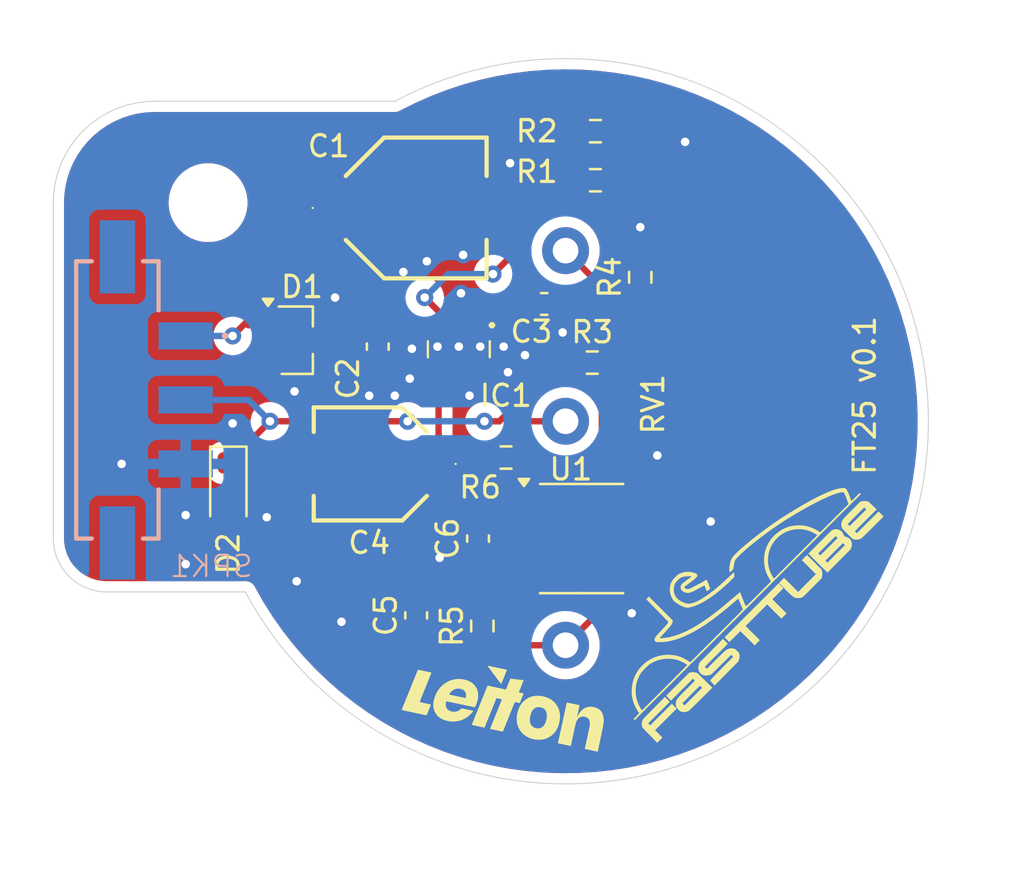
<source format=kicad_pcb>
(kicad_pcb
	(version 20240108)
	(generator "pcbnew")
	(generator_version "8.0")
	(general
		(thickness 1.6)
		(legacy_teardrops no)
	)
	(paper "A4")
	(layers
		(0 "F.Cu" signal)
		(31 "B.Cu" power)
		(32 "B.Adhes" user "B.Adhesive")
		(33 "F.Adhes" user "F.Adhesive")
		(34 "B.Paste" user)
		(35 "F.Paste" user)
		(37 "F.SilkS" user "F.Silkscreen")
		(38 "B.Mask" user)
		(39 "F.Mask" user)
		(40 "Dwgs.User" user "User.Drawings")
		(41 "Cmts.User" user "User.Comments")
		(42 "Eco1.User" user "User.Eco1")
		(43 "Eco2.User" user "User.Eco2")
		(44 "Edge.Cuts" user)
		(45 "Margin" user)
		(46 "B.CrtYd" user "B.Courtyard")
		(47 "F.CrtYd" user "F.Courtyard")
		(48 "B.Fab" user)
		(49 "F.Fab" user)
		(50 "User.1" user)
		(51 "User.2" user)
		(52 "User.3" user)
		(53 "User.4" user)
		(54 "User.5" user)
		(55 "User.6" user)
		(56 "User.7" user)
		(57 "User.8" user)
		(58 "User.9" user)
	)
	(setup
		(stackup
			(layer "F.SilkS"
				(type "Top Silk Screen")
			)
			(layer "F.Paste"
				(type "Top Solder Paste")
			)
			(layer "F.Mask"
				(type "Top Solder Mask")
				(thickness 0.01)
			)
			(layer "F.Cu"
				(type "copper")
				(thickness 0.035)
			)
			(layer "dielectric 1"
				(type "core")
				(thickness 1.51)
				(material "FR4")
				(epsilon_r 4.5)
				(loss_tangent 0.02)
			)
			(layer "B.Cu"
				(type "copper")
				(thickness 0.035)
			)
			(layer "B.Mask"
				(type "Bottom Solder Mask")
				(thickness 0.01)
			)
			(layer "B.Paste"
				(type "Bottom Solder Paste")
			)
			(layer "dielectric 2"
				(type "Bottom Silk Screen")
				(thickness 0)
				(material "FR4")
				(epsilon_r 4.5)
				(loss_tangent 0.02)
			)
			(copper_finish "None")
			(dielectric_constraints no)
		)
		(pad_to_mask_clearance 0)
		(allow_soldermask_bridges_in_footprints no)
		(pcbplotparams
			(layerselection 0x00010fc_ffffffff)
			(plot_on_all_layers_selection 0x0000000_00000000)
			(disableapertmacros no)
			(usegerberextensions no)
			(usegerberattributes yes)
			(usegerberadvancedattributes yes)
			(creategerberjobfile yes)
			(dashed_line_dash_ratio 12.000000)
			(dashed_line_gap_ratio 3.000000)
			(svgprecision 4)
			(plotframeref no)
			(viasonmask no)
			(mode 1)
			(useauxorigin no)
			(hpglpennumber 1)
			(hpglpenspeed 20)
			(hpglpendiameter 15.000000)
			(pdf_front_fp_property_popups yes)
			(pdf_back_fp_property_popups yes)
			(dxfpolygonmode yes)
			(dxfimperialunits yes)
			(dxfusepcbnewfont yes)
			(psnegative no)
			(psa4output no)
			(plotreference yes)
			(plotvalue yes)
			(plotfptext yes)
			(plotinvisibletext no)
			(sketchpadsonfab no)
			(subtractmaskfromsilk no)
			(outputformat 1)
			(mirror no)
			(drillshape 1)
			(scaleselection 1)
			(outputdirectory "")
		)
	)
	(net 0 "")
	(net 1 "VDD")
	(net 2 "GND")
	(net 3 "Net-(U1-FEED)")
	(net 4 "Net-(SPK1-M)")
	(net 5 "+24V")
	(net 6 "Net-(U1-HRNEN)")
	(net 7 "Net-(IC1-EN{slash}ADJ)")
	(net 8 "/SIG")
	(net 9 "Net-(SPK1-G)")
	(net 10 "Net-(SPK1-F)")
	(net 11 "Net-(D1-A)")
	(net 12 "unconnected-(U1-NC-Pad1)")
	(net 13 "unconnected-(U1-NC-Pad3)")
	(net 14 "Net-(R1-Pad2)")
	(footprint "Capacitor_SMD:C_0603_1608Metric_Pad1.08x0.95mm_HandSolder" (layer "F.Cu") (at 141.2 96.5 -90))
	(footprint "Capacitor_SMD:C_0603_1608Metric_Pad1.08x0.95mm_HandSolder" (layer "F.Cu") (at 145.9 105.5 90))
	(footprint "LOGO" (layer "F.Cu") (at 157.785054 107.960449 45))
	(footprint "Resistor_SMD:R_0603_1608Metric_Pad0.98x0.95mm_HandSolder" (layer "F.Cu") (at 146.1 109.6 90))
	(footprint "soundbox:06TR4FA104DPR" (layer "F.Cu") (at 159 95.5))
	(footprint "Capacitor_SMD:C_0603_1608Metric_Pad1.08x0.95mm_HandSolder" (layer "F.Cu") (at 149 94.5 180))
	(footprint "Resistor_SMD:R_0603_1608Metric_Pad0.98x0.95mm_HandSolder" (layer "F.Cu") (at 153.5 93.25 90))
	(footprint "soundbox:PG-SCT595-5" (layer "F.Cu") (at 145 96.5 180))
	(footprint "soundbox:EEE0GA101SR" (layer "F.Cu") (at 140.85 102 180))
	(footprint "Resistor_SMD:R_0603_1608Metric_Pad0.98x0.95mm_HandSolder" (layer "F.Cu") (at 147.2125 101.7))
	(footprint "Resistor_SMD:R_0603_1608Metric_Pad0.98x0.95mm_HandSolder" (layer "F.Cu") (at 151.4 88.7))
	(footprint "Package_TO_SOT_SMD:SOT-23_Handsoldering" (layer "F.Cu") (at 137.4 96.2))
	(footprint "soundbox:LeitOn_small_wo_sq" (layer "F.Cu") (at 147.2 113.1 -12))
	(footprint "Package_SO:SOIC-8_3.9x4.9mm_P1.27mm" (layer "F.Cu") (at 150.75 105.5))
	(footprint "soundbox:EEE1AA101SP" (layer "F.Cu") (at 143 90))
	(footprint "Resistor_SMD:R_0603_1608Metric_Pad0.98x0.95mm_HandSolder" (layer "F.Cu") (at 151.25 97.25))
	(footprint "Capacitor_SMD:C_0603_1608Metric_Pad1.08x0.95mm_HandSolder" (layer "F.Cu") (at 143 109.1 90))
	(footprint "Diode_SMD:D_SOD-323_HandSoldering" (layer "F.Cu") (at 134.2 103.2 -90))
	(footprint "MountingHole:MountingHole_3.2mm_M3_DIN965" (layer "F.Cu") (at 133.25 89.75))
	(footprint "Resistor_SMD:R_0603_1608Metric_Pad0.98x0.95mm_HandSolder" (layer "F.Cu") (at 151.4 86.4))
	(footprint "soundbox:TE Micro-Mate-N-Lok 1x03" (layer "B.Cu") (at 129 99 90))
	(footprint "soundbox:CPT-3016-105T" (layer "B.Cu") (at 150 100 180))
	(gr_arc
		(start 126 89.75)
		(mid 127.391243 86.391243)
		(end 130.75 85)
		(stroke
			(width 0.05)
			(type default)
		)
		(layer "Edge.Cuts")
		(uuid "0c9499f7-3257-4d1a-ab45-d3dea9659961")
	)
	(gr_line
		(start 130.75 85)
		(end 142 85)
		(stroke
			(width 0.05)
			(type default)
		)
		(layer "Edge.Cuts")
		(uuid "145b8ce2-1cdf-402f-8341-2813b341aab6")
	)
	(gr_line
		(start 126 89.75)
		(end 126 105.5)
		(stroke
			(width 0.05)
			(type default)
		)
		(layer "Edge.Cuts")
		(uuid "5702bfe5-fa35-42f9-b66d-dc1faf38af9f")
	)
	(gr_line
		(start 128.5 108)
		(end 135 108)
		(stroke
			(width 0.05)
			(type default)
		)
		(layer "Edge.Cuts")
		(uuid "7ce022d5-3481-46fd-850f-fa99ac5c91eb")
	)
	(gr_arc
		(start 142 85)
		(mid 166.263456 104.949746)
		(end 135.000001 108.000003)
		(stroke
			(width 0.05)
			(type default)
		)
		(layer "Edge.Cuts")
		(uuid "8a2c619c-8626-4af2-8c59-1422d0ba61b9")
	)
	(gr_arc
		(start 128.5 108)
		(mid 126.732233 107.267767)
		(end 126 105.5)
		(stroke
			(width 0.05)
			(type default)
		)
		(layer "Edge.Cuts")
		(uuid "e1634623-b024-4caa-9d4d-69a765686d49")
	)
	(gr_rect
		(start 126 83)
		(end 167 117)
		(stroke
			(width 0.01)
			(type default)
		)
		(fill none)
		(layer "User.1")
		(uuid "39b0a146-c4d4-4256-ae48-acf0ec4d99bd")
	)
	(gr_text "FT25 v0.1"
		(at 164.6 102.6 90)
		(layer "F.SilkS")
		(uuid "0568cae2-bee3-4247-bec4-4aec8861298f")
		(effects
			(font
				(size 1 1)
				(thickness 0.15)
			)
			(justify left bottom)
		)
	)
	(segment
		(start 144.05 100.6)
		(end 144.05 101.8)
		(width 0.3)
		(layer "F.Cu")
		(net 1)
		(uuid "0200de1e-f1d3-475e-904f-1ae67260540b")
	)
	(segment
		(start 144.05 103.45)
		(end 144.05 102.35)
		(width 0.3)
		(layer "F.Cu")
		(net 1)
		(uuid "0bc4b59f-3030-465f-99e6-8a96f1d37eff")
	)
	(segment
		(start 148.275 104.865)
		(end 146.1275 104.865)
		(width 0.3)
		(layer "F.Cu")
		(net 1)
		(uuid "4fcf3739-2429-46db-a6eb-520af12c0900")
	)
	(segment
		(start 144 97.75)
		(end 144.05 97.7)
		(width 0.3)
		(layer "F.Cu")
		(net 1)
		(uuid "b57598a9-8b18-4e03-89c1-05fa95734452")
	)
	(segment
		(start 144.05 97.7)
		(end 144.05 100.6)
		(width 0.3)
		(layer "F.Cu")
		(net 1)
		(uuid "b5e77050-d7d3-4d83-9482-2923ce921046")
	)
	(segment
		(start 142.85 101.8)
		(end 144.05 101.8)
		(width 0.3)
		(layer "F.Cu")
		(net 1)
		(uuid "b743f3e9-4660-4641-8a39-1aa2c34a7ec6")
	)
	(segment
		(start 144.05 102.35)
		(end 143.7 102)
		(width 0.3)
		(layer "F.Cu")
		(net 1)
		(uuid "c5bb5a80-74ea-46d0-bfec-228c952e0dc7")
	)
	(segment
		(start 145.9 104.6375)
		(end 145.2375 104.6375)
		(width 0.3)
		(layer "F.Cu")
		(net 1)
		(uuid "cd55c0ae-b94b-4f6e-88d8-0819b3376a66")
	)
	(segment
		(start 145.2375 104.6375)
		(end 144.05 103.45)
		(width 0.3)
		(layer "F.Cu")
		(net 1)
		(uuid "ea5494ea-c94c-4637-880a-57b8847c4db0")
	)
	(segment
		(start 146.1275 104.865)
		(end 145.9 104.6375)
		(width 0.3)
		(layer "F.Cu")
		(net 1)
		(uuid "f2ef52aa-2e6f-4866-8b2f-5ded5050ff85")
	)
	(segment
		(start 145.9 106.3625)
		(end 144.1375 106.3625)
		(width 0.3)
		(layer "F.Cu")
		(net 2)
		(uuid "55aab1f9-bc28-4d68-920d-7a0186ad9de5")
	)
	(segment
		(start 149.8625 95.8375)
		(end 149.8625 94.5)
		(width 0.3)
		(layer "F.Cu")
		(net 2)
		(uuid "71920597-7374-42a3-8e56-7b58da0dcf27")
	)
	(segment
		(start 144.1375 106.3625)
		(end 144.1 106.4)
		(width 0.3)
		(layer "F.Cu")
		(net 2)
		(uuid "e1cb0569-3fed-4d04-9a27-ad2ee24e1020")
	)
	(via
		(at 134.4 100.1)
		(size 0.8)
		(drill 0.4)
		(layers "F.Cu" "B.Cu")
		(free yes)
		(net 2)
		(uuid "0037d41c-f9c7-4a03-8a45-8ca54fb86c4e")
	)
	(via
		(at 155.6 86.9)
		(size 0.8)
		(drill 0.4)
		(layers "F.Cu" "B.Cu")
		(free yes)
		(net 2)
		(uuid "06a1a750-8536-4cf8-9192-35bc867304a9")
	)
	(via
		(at 140.8 98.8)
		(size 0.8)
		(drill 0.4)
		(layers "F.Cu" "B.Cu")
		(free yes)
		(net 2)
		(uuid "11677aed-5d35-4c15-8c41-230ac25975ee")
	)
	(via
		(at 142 98.8)
		(size 0.8)
		(drill 0.4)
		(layers "F.Cu" "B.Cu")
		(free yes)
		(net 2)
		(uuid "1634c358-6587-4d9e-a4c2-90a5ab1faafd")
	)
	(via
		(at 147.3 97.7)
		(size 0.8)
		(drill 0.4)
		(layers "F.Cu" "B.Cu")
		(free yes)
		(net 2)
		(uuid "1a418d52-d221-44b1-ad1d-91e97992ecb3")
	)
	(via
		(at 132.2 104.4)
		(size 0.8)
		(drill 0.4)
		(layers "F.Cu" "B.Cu")
		(free yes)
		(net 2)
		(uuid "1da33b74-2747-46a9-8a77-705af998d3c9")
	)
	(via
		(at 142.7 98)
		(size 0.8)
		(drill 0.4)
		(layers "F.Cu" "B.Cu")
		(free yes)
		(net 2)
		(uuid "25345f8f-538d-46a3-b8d8-5a868b8a4bca")
	)
	(via
		(at 144.1 106.4)
		(size 0.8)
		(drill 0.4)
		(layers "F.Cu" "B.Cu")
		(net 2)
		(uuid "2a82b6e4-3e60-41fd-bd5d-f6a27f31de3c")
	)
	(via
		(at 143.5 92.5)
		(size 0.8)
		(drill 0.4)
		(layers "F.Cu" "B.Cu")
		(free yes)
		(net 2)
		(uuid "384c8bfa-3338-4421-b506-b5dcc7f603cf")
	)
	(via
		(at 153.5 90.9)
		(size 0.8)
		(drill 0.4)
		(layers "F.Cu" "B.Cu")
		(free yes)
		(net 2)
		(uuid "59e64dbd-0451-436f-844e-4c0d273598ba")
	)
	(via
		(at 132.2 106.7)
		(size 0.8)
		(drill 0.4)
		(layers "F.Cu" "B.Cu")
		(free yes)
		(net 2)
		(uuid "666d3a72-2cd8-4fa2-aca8-17e2e869684e")
	)
	(via
		(at 148.1 96.9)
		(size 0.8)
		(drill 0.4)
		(layers "F.Cu" "B.Cu")
		(free yes)
		(net 2)
		(uuid "69cbc453-a834-432c-a06f-6af5e0115401")
	)
	(via
		(at 145 96.5)
		(size 0.8)
		(drill 0.4)
		(layers "F.Cu" "B.Cu")
		(free yes)
		(net 2)
		(uuid "6a66460c-c4ed-4cbb-ad75-8721cfb01e79")
	)
	(via
		(at 153.1 109)
		(size 0.8)
		(drill 0.4)
		(layers "F.Cu" "B.Cu")
		(free yes)
		(net 2)
		(uuid "7fa75b93-3a54-4ab9-823b-8664220d8fc0")
	)
	(via
		(at 136 104.5)
		(size 0.8)
		(drill 0.4)
		(layers "F.Cu" "B.Cu")
		(free yes)
		(net 2)
		(uuid "83ee66e4-35b7-421f-bd51-e9232ebc2f9c")
	)
	(via
		(at 147.4 87.9)
		(size 0.8)
		(drill 0.4)
		(layers "F.Cu" "B.Cu")
		(free yes)
		(net 2)
		(uuid "87ee8f62-5586-4ec4-bf64-4d8e7f4f3c00")
	)
	(via
		(at 142.8 96.6)
		(size 0.8)
		(drill 0.4)
		(layers "F.Cu" "B.Cu")
		(free yes)
		(net 2)
		(uuid "88f446c1-03c1-4aaf-8c6d-a532e3fea711")
	)
	(via
		(at 145.2 92.2)
		(size 0.8)
		(drill 0.4)
		(layers "F.Cu" "B.Cu")
		(free yes)
		(net 2)
		(uuid "96ccf5b1-b85a-42c6-89d1-03c3653c0e78")
	)
	(via
		(at 139.2 94.2)
		(size 0.8)
		(drill 0.4)
		(layers "F.Cu" "B.Cu")
		(free yes)
		(net 2)
		(uuid "992c7461-a546-414a-83a3-be9358a4ffe2")
	)
	(via
		(at 145.1 94)
		(size 0.8)
		(drill 0.4)
		(layers "F.Cu" "B.Cu")
		(free yes)
		(net 2)
		(uuid "b57f5c0c-c97f-4e02-83ff-2ef698d42b64")
	)
	(via
		(at 145.5 98.8)
		(size 0.8)
		(drill 0.4)
		(layers "F.Cu" "B.Cu")
		(free yes)
		(net 2)
		(uuid "b5ab2b73-4634-4e0e-855d-42a626e2a677")
	)
	(via
		(at 154.3 101.6)
		(size 0.8)
		(drill 0.4)
		(layers "F.Cu" "B.Cu")
		(free yes)
		(net 2)
		(uuid "b76a2fc2-0f04-4ac7-8040-3c68efea3aaa")
	)
	(via
		(at 137.4 107.5)
		(size 0.8)
		(drill 0.4)
		(layers "F.Cu" "B.Cu")
		(free yes)
		(net 2)
		(uuid "b84a5bb6-38b6-489a-88d5-f98f5bcf4f0a")
	)
	(via
		(at 129.2 102)
		(size 0.8)
		(drill 0.4)
		(layers "F.Cu" "B.Cu")
		(free yes)
		(net 2)
		(uuid "bd7459d8-a268-4191-be11-087d8e3b927b")
	)
	(via
		(at 146 96.5)
		(size 0.8)
		(drill 0.4)
		(layers "F.Cu" "B.Cu")
		(free yes)
		(net 2)
		(uuid "ce89bd32-5eb5-4729-8660-e03d2d9f2e18")
	)
	(via
		(at 147.1 96.5)
		(size 0.8)
		(drill 0.4)
		(layers "F.Cu" "B.Cu")
		(free yes)
		(net 2)
		(uuid "d6efebd2-3405-41b1-bc0d-84897ffc75fb")
	)
	(via
		(at 149.8625 95.8375)
		(size 0.8)
		(drill 0.4)
		(layers "F.Cu" "B.Cu")
		(free yes)
		(net 2)
		(uuid "d8f12fb1-bcf4-4713-a92c-8cd19cfe334a")
	)
	(via
		(at 156.8 104.7)
		(size 0.8)
		(drill 0.4)
		(layers "F.Cu" "B.Cu")
		(free yes)
		(net 2)
		(uuid "db890ffb-38c3-4b56-bb01-106cd42901c5")
	)
	(via
		(at 144 96.5)
		(size 0.8)
		(drill 0.4)
		(layers "F.Cu" "B.Cu")
		(free yes)
		(net 2)
		(uuid "dcf1182a-9346-40f1-9a54-d1175b80aebf")
	)
	(via
		(at 139.5 109.4)
		(size 0.8)
		(drill 0.4)
		(layers "F.Cu" "B.Cu")
		(free yes)
		(net 2)
		(uuid "dee0939a-5e0d-4315-a470-5bde3c7fcd15")
	)
	(via
		(at 137.3 98.6)
		(size 0.8)
		(drill 0.4)
		(layers "F.Cu" "B.Cu")
		(free yes)
		(net 2)
		(uuid "ecf13844-64d3-4d09-826f-01f2a3714814")
	)
	(via
		(at 142.4 93)
		(size 0.8)
		(drill 0.4)
		(layers "F.Cu" "B.Cu")
		(free yes)
		(net 2)
		(uuid "f5a8ee92-c6be-49c6-a40d-bd44551aab57")
	)
	(segment
		(start 149.9 106.9)
		(end 149.395 107.405)
		(width 0.3)
		(layer "F.Cu")
		(net 3)
		(uuid "072347fb-8a85-4b8b-9cdd-570becb73639")
	)
	(segment
		(start 143 108.2375)
		(end 143.1625 108.4)
		(width 0.3)
		(layer "F.Cu")
		(net 3)
		(uuid "33cc69b3-2ac0-4549-9b3b-91cd59442f92")
	)
	(segment
		(start 148.275 107.405)
		(end 146.105 107.405)
		(width 0.3)
		(layer "F.Cu")
		(net 3)
		(uuid "4d85323a-08d1-468c-bfd3-e496a2731d71")
	)
	(segment
		(start 146.105 107.405)
		(end 146.1 107.4)
		(width 0.3)
		(layer "F.Cu")
		(net 3)
		(uuid "5dd55fdd-6d11-4b51-a953-3fa965ab3532")
	)
	(segment
		(start 148.125 101.7)
		(end 148.4 101.7)
		(width 0.3)
		(layer "F.Cu")
		(net 3)
		(uuid "68a5e2c6-7d6d-4572-b044-716560f93b78")
	)
	(segment
		(start 149.395 107.405)
		(end 148.275 107.405)
		(width 0.3)
		(layer "F.Cu")
		(net 3)
		(uuid "743d24b5-976d-4645-9863-8a0ee42aafcc")
	)
	(segment
		(start 143.1625 108.4)
		(end 145.8125 108.4)
		(width 0.3)
		(layer "F.Cu")
		(net 3)
		(uuid "b7c0af82-7118-446f-84b0-b130de258793")
	)
	(segment
		(start 149.9 103.2)
		(end 149.9 106.9)
		(width 0.3)
		(layer "F.Cu")
		(net 3)
		(uuid "cb404238-cfe4-4c89-80e5-10dbaa60b65d")
	)
	(segment
		(start 148.4 101.7)
		(end 149.9 103.2)
		(width 0.3)
		(layer "F.Cu")
		(net 3)
		(uuid "d01badf2-6c95-4c67-a7e8-06a90062df4a")
	)
	(segment
		(start 145.8125 108.4)
		(end 146.1 108.6875)
		(width 0.3)
		(layer "F.Cu")
		(net 3)
		(uuid "d28d9681-e4e7-4093-b176-03db88347aa5")
	)
	(segment
		(start 146.1 108.6875)
		(end 146.1 107.4)
		(width 0.3)
		(layer "F.Cu")
		(net 3)
		(uuid "f412a4c1-f106-41a2-a9c6-a0084babeb82")
	)
	(segment
		(start 143 109.9625)
		(end 143.3625 109.6)
		(width 0.3)
		(layer "F.Cu")
		(net 4)
		(uuid "1275eff5-a8cd-4980-99f8-bd6048c5865e")
	)
	(segment
		(start 143.3625 109.6)
		(end 148.2 109.6)
		(width 0.3)
		(layer "F.Cu")
		(net 4)
		(uuid "21c00ab5-9d09-4381-9fee-a936ade63893")
	)
	(segment
		(start 151.25 98.55)
		(end 151.7 99)
		(width 0.3)
		(layer "F.Cu")
		(net 4)
		(uuid "30c7c0a9-de98-46ee-ad56-98519c7cfb85")
	)
	(segment
		(start 152 104.865)
		(end 151.735 104.865)
		(width 0.3)
		(layer "F.Cu")
		(net 4)
		(uuid "36da2dfc-84c8-4d31-a70b-2f8f40fe67e3")
	)
	(segment
		(start 151.7 104.6)
		(end 151.7 104.83)
		(width 0.3)
		(layer "F.Cu")
		(net 4)
		(uuid "3ae480d1-8672-4f2c-a851-94f59965e078")
	)
	(segment
		(start 150.6 106)
		(end 151.735 104.865)
		(width 0.3)
		(layer "F.Cu")
		(net 4)
		(uuid "43024d58-9f54-4f6e-8b0a-0234d31eabeb")
	)
	(segment
		(start 151.7 99)
		(end 151.7 104.6)
		(width 0.3)
		(layer "F.Cu")
		(net 4)
		(uuid "45402f4d-99c3-4ba9-bd66-4a1ea8da26b0")
	)
	(segment
		(start 150.6 107.2)
		(end 150.6 106)
		(width 0.3)
		(layer "F.Cu")
		(net 4)
		(uuid "534a1b64-c56d-4dac-be08-2c6f4970d5f7")
	)
	(segment
		(start 151.735 104.6)
		(end 152 104.865)
		(width 0.3)
		(layer "F.Cu")
		(net 4)
		(uuid "5da0f8fb-e2f9-41b0-9801-f13702b13393")
	)
	(segment
		(start 151.7 104.83)
		(end 151.735 104.865)
		(width 0.3)
		(layer "F.Cu")
		(net 4)
		(uuid "78b78ccc-63d2-4be6-8684-dc2b419e2d99")
	)
	(segment
		(start 151.25 93.25)
		(end 151.25 98.55)
		(width 0.3)
		(layer "F.Cu")
		(net 4)
		(uuid "7bc63da9-9e54-4147-a93d-721567276b1d")
	)
	(segment
		(start 150 92)
		(end 151.25 93.25)
		(width 0.3)
		(layer "F.Cu")
		(net 4)
		(uuid "d0f86c55-1497-473f-92ab-0926b530691e")
	)
	(segment
		(start 153.06 104.7)
		(end 153.225 104.865)
		(width 0.3)
		(layer "F.Cu")
		(net 4)
		(uuid "de487b46-dff6-4637-b730-51caf9eeca2e")
	)
	(segment
		(start 151.7 104.6)
		(end 151.735 104.6)
		(width 0.3)
		(layer "F.Cu")
		(net 4)
		(uuid "e604e90e-3383-4c49-a31e-adad540853ba")
	)
	(segment
		(start 153.225 104.865)
		(end 152 104.865)
		(width 0.3)
		(layer "F.Cu")
		(net 4)
		(uuid "fb5f5bb4-df8e-49f9-aeab-c72ab1a7e5d2")
	)
	(segment
		(start 148.2 109.6)
		(end 150.6 107.2)
		(width 0.3)
		(layer "F.Cu")
		(net 4)
		(uuid "fc45fc17-2009-442e-bbac-989774d63208")
	)
	(segment
		(start 141.2 90.7)
		(end 140.5 90)
		(width 0.3)
		(layer "F.Cu")
		(net 5)
		(uuid "0ec3d108-2dd2-4613-9e05-a42643014597")
	)
	(segment
		(start 147.7 92)
		(end 147.7 91)
		(width 0.3)
		(layer "F.Cu")
		(net 5)
		(uuid "1714de18-f19e-4a1d-9fcb-abbc4390ca85")
	)
	(segment
		(start 143.4 94.2)
		(end 144.05 94.85)
		(width 0.3)
		(layer "F.Cu")
		(net 5)
		(uuid "1dab445f-7c67-472b-bea0-a057a8fe6814")
	)
	(segment
		(start 141.5875 95.25)
		(end 144 95.25)
		(width 0.3)
		(layer "F.Cu")
		(net 5)
		(uuid "3cdd5ae0-fe74-40b7-91eb-253b46d6524f")
	)
	(segment
		(start 141.2 95.6375)
		(end 141.2 90.7)
		(width 0.3)
		(layer "F.Cu")
		(net 5)
		(uuid "579889bc-a6ba-4b0c-a1db-876d7cebf3d2")
	)
	(segment
		(start 140.1125 95.6375)
		(end 141.2 95.6375)
		(width 0.3)
		(layer "F.Cu")
		(net 5)
		(uuid "741a27be-6162-47b2-ad04-96fb7ac0b279")
	)
	(segment
		(start 150 88.7)
		(end 150.4875 88.7)
		(width 0.3)
		(layer "F.Cu")
		(net 5)
		(uuid "91449544-3d85-43bf-892d-142f30243a74")
	)
	(segment
		(start 146.6 93.1)
		(end 147.7 92)
		(width 0.3)
		(layer "F.Cu")
		(net 5)
		(uuid "a21a02bd-2759-401c-b257-6fddf78b91b4")
	)
	(segment
		(start 144.05 94.85)
		(end 144.05 95.3)
		(width 0.3)
		(layer "F.Cu")
		(net 5)
		(uuid "adf1574a-72d4-442f-b8a1-48199444bd90")
	)
	(segment
		(start 147.7 91)
		(end 150 88.7)
		(width 0.3)
		(layer "F.Cu")
		(net 5)
		(uuid "b0d0a533-03d1-4d10-9c9d-275a057f1864")
	)
	(segment
		(start 138.9 96.2)
		(end 139.55 96.2)
		(width 0.3)
		(layer "F.Cu")
		(net 5)
		(uuid "bd107eda-4f5e-4951-931b-0b65bc3ea725")
	)
	(segment
		(start 141.2 95.6375)
		(end 141.5875 95.25)
		(width 0.3)
		(layer "F.Cu")
		(net 5)
		(uuid "c70a6765-40cc-46c1-a2d9-b3050acd3216")
	)
	(segment
		(start 139.55 96.2)
		(end 140.1125 95.6375)
		(width 0.3)
		(layer "F.Cu")
		(net 5)
		(uuid "e1a2c8d8-ddc3-4812-a16f-2c720999d104")
	)
	(segment
		(start 150.4875 86.4)
		(end 150.4875 88.7)
		(width 0.3)
		(layer "F.Cu")
		(net 5)
		(uuid "e74d25ae-28d4-40ff-aaa6-db74846f4d2c")
	)
	(via
		(at 146.6 93.1)
		(size 0.8)
		(drill 0.4)
		(layers "F.Cu" "B.Cu")
		(net 5)
		(uuid "1f66e272-7d73-47e7-85fd-2cea844f1376")
	)
	(via
		(at 143.4 94.2)
		(size 0.8)
		(drill 0.4)
		(layers "F.Cu" "B.Cu")
		(net 5)
		(uuid "8331b1ec-10d8-49af-bc63-06d3c2054628")
	)
	(segment
		(start 143.4 94.2)
		(end 144.5 93.1)
		(width 0.3)
		(layer "B.Cu")
		(net 5)
		(uuid "3d463da7-f24e-4295-b6cf-c9e0d28f4c0f")
	)
	(segment
		(start 144.5 93.1)
		(end 146.6 93.1)
		(width 0.3)
		(layer "B.Cu")
		(net 5)
		(uuid "83c9ff67-d173-4d20-ab93-11f408c2536e")
	)
	(segment
		(start 152.5 97.5875)
		(end 152.5 101.75)
		(width 0.3)
		(layer "F.Cu")
		(net 6)
		(uuid "074a2975-fd68-4c40-8155-f0e5b9abf23d")
	)
	(segment
		(start 152.1625 97.25)
		(end 152.5 97.5875)
		(width 0.3)
		(layer "F.Cu")
		(net 6)
		(uuid "21ff4d6b-8fcc-4b1c-820c-c5cadcb9bf55")
	)
	(segment
		(start 152.5 101.75)
		(end 153.25 102.5)
		(width 0.3)
		(layer "F.Cu")
		(net 6)
		(uuid "2fba2c5a-2a97-4175-bfeb-038d973dde82")
	)
	(segment
		(start 153.25 103.57)
		(end 153.225 103.595)
		(width 0.3)
		(layer "F.Cu")
		(net 6)
		(uuid "418fabef-99d7-47c9-abc2-f7723d16f244")
	)
	(segment
		(start 152.1625 97.25)
		(end 152.25 97.25)
		(width 0.3)
		(layer "F.Cu")
		(net 6)
		(uuid "52311879-8ed6-466b-bba9-44d036750aed")
	)
	(segment
		(start 153.25 102.5)
		(end 153.25 103.57)
		(width 0.3)
		(layer "F.Cu")
		(net 6)
		(uuid "cdcf619f-a978-4667-ae1c-20f141c6c1ed")
	)
	(segment
		(start 153.5 96)
		(end 153.5 94.1625)
		(width 0.3)
		(layer "F.Cu")
		(net 6)
		(uuid "ef8cfd81-6cb9-4d71-b3bf-0610e509a439")
	)
	(segment
		(start 152.25 97.25)
		(end 153.5 96)
		(width 0.3)
		(layer "F.Cu")
		(net 6)
		(uuid "fa2f396c-09cf-4795-881a-85a4b4ae0039")
	)
	(segment
		(start 159 91.225)
		(end 157.525 89.75)
		(width 0.3)
		(layer "F.Cu")
		(net 7)
		(uuid "10e80ff1-24c9-4e99-a6ae-40c6b4da76d7")
	)
	(segment
		(start 145.95 95.3)
		(end 147.425 93.825)
		(width 0.3)
		(layer "F.Cu")
		(net 7)
		(uuid "69f64f3f-7002-47e9-8d79-e5b3fa90185e")
	)
	(segment
		(start 148.25 93)
		(end 147.425 93.825)
		(width 0.3)
		(layer "F.Cu")
		(net 7)
		(uuid "71a75b59-ac82-42df-ab4d-24534136247c")
	)
	(segment
		(start 149.75 89.75)
		(end 148.25 91.25)
		(width 0.3)
		(layer "F.Cu")
		(net 7)
		(uuid "7c187c0d-5463-49e4-b302-7e6b907a001c")
	)
	(segment
		(start 157.525 89.75)
		(end 149.75 89.75)
		(width 0.3)
		(layer "F.Cu")
		(net 7)
		(uuid "8caf3322-20bd-4792-87d4-2ac4b6e61f44")
	)
	(segment
		(start 148.1375 94.5)
		(end 148.1 94.5)
		(width 0.3)
		(layer "F.Cu")
		(net 7)
		(uuid "c7a1fbfd-de61-4daa-8cec-99339a910f45")
	)
	(segment
		(start 148.1 94.5)
		(end 147.425 93.825)
		(width 0.3)
		(layer "F.Cu")
		(net 7)
		(uuid "fb5c3ebe-ae4a-47c1-bc91-695929b1d538")
	)
	(segment
		(start 148.25 91.25)
		(end 148.25 93)
		(width 0.3)
		(layer "F.Cu")
		(net 7)
		(uuid "fd5ccc6b-1f50-4929-b1e8-f7fa3b79e0ff")
	)
	(segment
		(start 149.65 97.25)
		(end 150.3375 97.25)
		(width 0.3)
		(layer "F.Cu")
		(net 8)
		(uuid "49712491-cc98-417d-9fd7-6bea8419dd0f")
	)
	(segment
		(start 146.2 100)
		(end 146.9 100)
		(width 0.3)
		(layer "F.Cu")
		(net 8)
		(uuid "527f361a-886e-4d3e-b2f8-d2e7b77728ba")
	)
	(segment
		(start 136.15 100)
		(end 142.6 100)
		(width 0.3)
		(layer "F.Cu")
		(net 8)
		(uuid "ad44f46e-590e-4cd3-88ff-d928169f3340")
	)
	(segment
		(start 134.2 101.95)
		(end 136.15 100)
		(width 0.3)
		(layer "F.Cu")
		(net 8)
		(uuid "e66817cb-ecbe-4379-b3d8-4592e62fb82a")
	)
	(segment
		(start 146.9 100)
		(end 149.65 97.25)
		(width 0.3)
		(layer "F.Cu")
		(net 8)
		(uuid "eab867c7-f470-4870-8085-66ac175dac89")
	)
	(via
		(at 136.15 100)
		(size 0.8)
		(drill 0.4)
		(layers "F.Cu" "B.Cu")
		(net 8)
		(uuid "196f3ada-6767-46e8-bc43-96e2adfd060d")
	)
	(via
		(at 146.2 100)
		(size 0.8)
		(drill 0.4)
		(layers "F.Cu" "B.Cu")
		(net 8)
		(uuid "3e77b714-44f3-4163-8c08-87f52830b850")
	)
	(via
		(at 142.6 100)
		(size 0.8)
		(drill 0.4)
		(layers "F.Cu" "B.Cu")
		(net 8)
		(uuid "5281ce56-3ddb-4cc6-af00-7d45d7765312")
	)
	(segment
		(start 132.2 99)
		(end 135.15 99)
		(width 0.3)
		(layer "B.Cu")
		(net 8)
		(uuid "4ab58dda-76e0-4d37-9d21-80fc1e051b46")
	)
	(segment
		(start 135.15 99)
		(end 136.15 100)
		(width 0.3)
		(layer "B.Cu")
		(net 8)
		(uuid "5611d3f8-6506-4229-a042-163bd6e2789d")
	)
	(segment
		(start 142.6 100)
		(end 146.2 100)
		(width 0.3)
		(layer "B.Cu")
		(net 8)
		(uuid "7f30ac41-d40b-4057-b41b-f5859121de8d")
	)
	(segment
		(start 146.1 110.5125)
		(end 146.1125 110.5)
		(width 0.3)
		(layer "F.Cu")
		(net 9)
		(uuid "0985b6fd-d180-4fc5-bce9-3d6204322516")
	)
	(segment
		(start 150 110.5)
		(end 151.3 109.2)
		(width 0.3)
		(layer "F.Cu")
		(net 9)
		(uuid "29833cd4-ae84-47c3-a086-4dfcd0ca3a64")
	)
	(segment
		(start 146.1125 110.5)
		(end 150 110.5)
		(width 0.3)
		(layer "F.Cu")
		(net 9)
		(uuid "924cc875-b40f-4c52-9192-86ac241c9175")
	)
	(segment
		(start 151.965 106.135)
		(end 153.225 106.135)
		(width 0.3)
		(layer "F.Cu")
		(net 9)
		(uuid "d32f4e74-f404-477c-91c6-11336f273e81")
	)
	(segment
		(start 151.3 109.2)
		(end 151.3 106.8)
		(width 0.3)
		(layer "F.Cu")
		(net 9)
		(uuid "e4c7c31e-d0bc-4d47-b7ae-acbdc347fd7a")
	)
	(segment
		(start 151.3 106.8)
		(end 151.965 106.135)
		(width 0.3)
		(layer "F.Cu")
		(net 9)
		(uuid "e78a7e10-98f9-4831-bed7-9f8aafb304a1")
	)
	(segment
		(start 148 100)
		(end 150 100)
		(width 0.3)
		(layer "F.Cu")
		(net 10)
		(uuid "3742acb2-820e-4999-be63-afbe5ee5925a")
	)
	(segment
		(start 146.3 101.7)
		(end 148 100)
		(width 0.3)
		(layer "F.Cu")
		(net 10)
		(uuid "85bef4ca-4201-41d1-8bbe-9a35f0aa61c3")
	)
	(segment
		(start 135.15 95.25)
		(end 135.9 95.25)
		(width 0.3)
		(layer "F.Cu")
		(net 11)
		(uuid "66b01929-47bb-4ee5-a0de-765b655dbfcc")
	)
	(segment
		(start 134.4 96)
		(end 135.15 95.25)
		(width 0.3)
		(layer "F.Cu")
		(net 11)
		(uuid "74f6f0ea-f55e-479f-b90e-92bc13b47778")
	)
	(via
		(at 134.4 96)
		(size 0.8)
		(drill 0.4)
		(layers "F.Cu" "B.Cu")
		(net 11)
		(uuid "5e6cff66-97bf-465d-aad3-918423ad3f94")
	)
	(segment
		(start 132.2 96)
		(end 134.4 96)
		(width 0.3)
		(layer "B.Cu")
		(net 11)
		(uuid "f8d947a3-b653-4e12-8e74-67e987c51c6d")
	)
	(segment
		(start 161.15 100.425)
		(end 161.15 89.95)
		(width 0.3)
		(layer "F.Cu")
		(net 14)
		(uuid "26979417-b786-4be8-984f-7d0738cdff24")
	)
	(segment
		(start 161.15 89.95)
		(end 159.9 88.7)
		(width 0.3)
		(layer "F.Cu")
		(net 14)
		(uuid "7718b055-c971-4cec-ab44-672e9f6976fc")
	)
	(segment
		(start 159.9 88.7)
		(end 152.3125 88.7)
		(width 0.3)
		(layer "F.Cu")
		(net 14)
		(uuid "8f63e3d9-dbb7-40be-853d-4d064e73fe36")
	)
	(segment
		(start 152.3125 86.4)
		(end 152.3125 88.7)
		(width 0.3)
		(layer "F.Cu")
		(net 14)
		(uuid "d1f80375-c994-4ac9-a326-cf0882761c94")
	)
	(zone
		(net 2)
		(net_name "GND")
		(layers "F&B.Cu")
		(uuid "f9e29ff1-ed6b-4444-a671-19fb7397cf29")
		(hatch edge 0.5)
		(connect_pads
			(clearance 0.5)
		)
		(min_thickness 0.25)
		(filled_areas_thickness no)
		(fill yes
			(thermal_gap 0.5)
			(thermal_bridge_width 0.5)
		)
		(polygon
			(pts
				(xy 123.5 80.25) (xy 171.5 80.25) (xy 171.5 122) (xy 123.5 122)
			)
		)
		(filled_polygon
			(layer "F.Cu")
			(pts
				(xy 150.729967 83.516727) (xy 150.735946 83.516994) (xy 151.529551 83.571622) (xy 151.535512 83.572178)
				(xy 152.325547 83.665284) (xy 152.331488 83.666131) (xy 153.116064 83.797492) (xy 153.121948 83.798625)
				(xy 153.899202 83.967928) (xy 153.905055 83.969353) (xy 154.67315 84.176196) (xy 154.678926 84.177903)
				(xy 154.926303 84.25759) (xy 155.436071 84.421803) (xy 155.441739 84.423781) (xy 155.642771 84.4995)
				(xy 156.18618 84.704175) (xy 156.191764 84.706435) (xy 156.420514 84.805529) (xy 156.92169 85.022639)
				(xy 156.927133 85.025156) (xy 157.640856 85.376443) (xy 157.646152 85.379211) (xy 158.007932 85.579661)
				(xy 158.341966 85.764738) (xy 158.347163 85.767784) (xy 158.47746 85.848486) (xy 158.948506 86.140239)
				(xy 159.023447 86.186655) (xy 159.028489 86.189951) (xy 159.683594 86.641142) (xy 159.68847 86.644678)
				(xy 160.320892 87.12715) (xy 160.325591 87.130918) (xy 160.933869 87.64356) (xy 160.938379 87.647553)
				(xy 161.397717 88.074499) (xy 161.52102 88.189106) (xy 161.525322 88.193304) (xy 162.080992 88.76253)
				(xy 162.085075 88.76692) (xy 162.42776 89.1539) (xy 162.612445 89.362457) (xy 162.616328 89.367062)
				(xy 163.114154 89.987504) (xy 163.117808 89.992292) (xy 163.584903 90.63616) (xy 163.588321 90.64112)
				(xy 164.02362 91.306946) (xy 164.026792 91.312067) (xy 164.429209 91.998189) (xy 164.43213 92.003457)
				(xy 164.800779 92.708359) (xy 164.80344 92.713763) (xy 165.137416 93.435723) (xy 165.139811 93.441249)
				(xy 165.438334 94.178578) (xy 165.440458 94.184215) (xy 165.702817 94.935159) (xy 165.704665 94.940892)
				(xy 165.930247 95.703687) (xy 165.931815 95.709503) (xy 166.120094 96.482377) (xy 166.121377 96.488262)
				(xy 166.271897 97.26935) (xy 166.272893 97.275291) (xy 166.385306 98.062778) (xy 166.386012 98.06876)
				(xy 166.460049 98.860763) (xy 166.460464 98.866772) (xy 166.495954 99.661458) (xy 166.496076 99.66748)
				(xy 166.492931 100.462926) (xy 166.492761 100.468947) (xy 166.450992 101.263308) (xy 166.45053 101.269314)
				(xy 166.370231 102.060734) (xy 166.369477 102.06671) (xy 166.250847 102.853248) (xy 166.249804 102.859181)
				(xy 166.093108 103.639082) (xy 166.091779 103.644957) (xy 165.897403 104.416295) (xy 165.89579 104.422098)
				(xy 165.664175 105.183117) (xy 165.662281 105.188835) (xy 165.394001 105.937657) (xy 165.391833 105.943277)
				(xy 165.087485 106.678239) (xy 165.085046 106.683746) (xy 164.745375 107.40304) (xy 164.742671 107.408423)
				(xy 164.368469 108.110374) (xy 164.365507 108.115619) (xy 163.957661 108.798566) (xy 163.954448 108.803661)
				(xy 163.513912 109.466005) (xy 163.510455 109.470938) (xy 163.03828 110.1111) (xy 163.034588 110.115859)
				(xy 162.531877 110.732341) (xy 162.527958 110.736916) (xy 161.995916 111.328243) (xy 161.99178 111.332621)
				(xy 161.431636 111.897426) (xy 161.427292 111.901599) (xy 160.840365 112.438551) (xy 160.835823 112.442507)
				(xy 160.223555 112.950289) (xy 160.218827 112.954021) (xy 159.582572 113.431508) (xy 159.577667 113.435005)
				(xy 158.919031 113.880992) (xy 158.913963 113.884248) (xy 158.2344 114.297752) (xy 158.22918 114.300757)
				(xy 157.530353 114.680764) (xy 157.524993 114.683512) (xy 156.808549 115.02913) (xy 156.803061 115.031615)
				(xy 156.07065 115.342042) (xy 156.065049 115.344257) (xy 155.318444 115.618746) (xy 155.312742 115.620686)
				(xy 154.553708 115.858588) (xy 154.547918 115.86025) (xy 153.778191 116.06102) (xy 153.772328 116.062398)
				(xy 152.993786 116.225546) (xy 152.987862 116.226638) (xy 152.202301 116.351787) (xy 152.196331 116.35259)
				(xy 151.405621 116.439444) (xy 151.399619 116.439956) (xy 150.605628 116.488307) (xy 150.599609 116.488527)
				(xy 149.804195 116.498265) (xy 149.798172 116.498192) (xy 149.003244 116.469291) (xy 148.997231 116.468926)
				(xy 148.204642 116.401456) (xy 148.198655 116.4008) (xy 147.410252 116.294916) (xy 147.404303 116.293969)
				(xy 146.622001 116.149929) (xy 146.616117 116.148697) (xy 146.189642 116.048542) (xy 145.84171 115.966832)
				(xy 145.835882 115.965313) (xy 145.071224 115.746055) (xy 145.065476 115.744254) (xy 144.312383 115.488127)
				(xy 144.306729 115.48605) (xy 143.56695 115.193649) (xy 143.561403 115.191299) (xy 142.836702 114.863319)
				(xy 142.831277 114.860703) (xy 142.123376 114.497927) (xy 142.118083 114.495051) (xy 141.775208 114.297752)
				(xy 141.428576 114.098291) (xy 141.423452 114.095174) (xy 140.754067 113.665424) (xy 140.749086 113.662053)
				(xy 140.101371 113.200311) (xy 140.096552 113.196697) (xy 139.47199 112.704019) (xy 139.467353 112.700174)
				(xy 138.867485 112.177775) (xy 138.86304 112.17371) (xy 138.289225 111.622774) (xy 138.285004 111.618519)
				(xy 137.738622 111.040367) (xy 137.734602 111.035901) (xy 137.7005 110.996111) (xy 137.216945 110.431903)
				(xy 137.213163 110.427268) (xy 136.725416 109.798803) (xy 136.721866 109.793992) (xy 136.265236 109.142613)
				(xy 136.261907 109.13761) (xy 136.22155 109.073642) (xy 135.837445 108.464819) (xy 135.834383 108.459694)
				(xy 135.472447 107.81904) (xy 135.467008 107.807879) (xy 135.438688 107.758829) (xy 135.436662 107.75518)
				(xy 135.410612 107.706335) (xy 135.405882 107.699721) (xy 135.406296 107.699424) (xy 135.40585 107.698822)
				(xy 135.405447 107.699132) (xy 135.4005 107.692685) (xy 135.361331 107.653517) (xy 135.358432 107.650519)
				(xy 135.335041 107.6255) (xy 135.320612 107.610066) (xy 135.320606 107.610062) (xy 135.314329 107.6049)
				(xy 135.314651 107.604507) (xy 135.314068 107.604044) (xy 135.31376 107.604447) (xy 135.307318 107.599504)
				(xy 135.307314 107.5995) (xy 135.287321 107.587957) (xy 135.259272 107.571762) (xy 135.255748 107.569648)
				(xy 135.208765 107.540373) (xy 135.208761 107.540372) (xy 135.201367 107.537013) (xy 135.201577 107.53655)
				(xy 135.200884 107.536249) (xy 135.200691 107.536717) (xy 135.193181 107.533606) (xy 135.139606 107.519251)
				(xy 135.135607 107.518107) (xy 135.112998 107.511226) (xy 135.082691 107.502002) (xy 135.074678 107.500672)
				(xy 135.07476 107.500175) (xy 135.074013 107.500063) (xy 135.073948 107.50056) (xy 135.065893 107.4995)
				(xy 135.065892 107.4995) (xy 135.010425 107.4995) (xy 135.006256 107.49943) (xy 134.95098 107.49757)
				(xy 134.950979 107.49757) (xy 134.950975 107.49757) (xy 134.942888 107.498359) (xy 134.942838 107.497852)
				(xy 134.92846 107.4995) (xy 128.504067 107.4995) (xy 128.495957 107.499235) (xy 128.247116 107.482925)
				(xy 128.231035 107.480807) (xy 127.990464 107.432954) (xy 127.974797 107.428756) (xy 127.74252 107.349909)
				(xy 127.727534 107.343702) (xy 127.507539 107.235212) (xy 127.493492 107.227102) (xy 127.328017 107.116535)
				(xy 127.289537 107.090824) (xy 127.276671 107.080951) (xy 127.09225 106.919218) (xy 127.080781 106.907749)
				(xy 126.919048 106.723328) (xy 126.909174 106.71046) (xy 126.893408 106.686865) (xy 126.772897 106.506507)
				(xy 126.764787 106.49246) (xy 126.71306 106.387569) (xy 126.656294 106.272458) (xy 126.65009 106.257479)
				(xy 126.571243 106.025202) (xy 126.567045 106.009535) (xy 126.553315 105.94051) (xy 126.51919 105.768953)
				(xy 126.517075 105.752895) (xy 126.500765 105.504043) (xy 126.5005 105.495933) (xy 126.5005 104.749986)
				(xy 133.200001 104.749986) (xy 133.210494 104.852697) (xy 133.265641 105.019119) (xy 133.265643 105.019124)
				(xy 133.357684 105.168345) (xy 133.481654 105.292315) (xy 133.630875 105.384356) (xy 133.63088 105.384358)
				(xy 133.797302 105.439505) (xy 133.797309 105.439506) (xy 133.900019 105.449999) (xy 134.45 105.449999)
				(xy 134.499972 105.449999) (xy 134.499986 105.449998) (xy 134.602697 105.439505) (xy 134.769119 105.384358)
				(xy 134.769124 105.384356) (xy 134.918345 105.292315) (xy 135.042315 105.168345) (xy 135.134356 105.019124)
				(xy 135.134358 105.019119) (xy 135.189505 104.852697) (xy 135.189506 104.85269) (xy 135.199999 104.749986)
				(xy 135.2 104.749973) (xy 135.2 104.7) (xy 134.45 104.7) (xy 134.45 105.449999) (xy 133.900019 105.449999)
				(xy 133.949999 105.449998) (xy 133.95 105.449998) (xy 133.95 104.7) (xy 133.200001 104.7) (xy 133.200001 104.749986)
				(xy 126.5005 104.749986) (xy 126.5005 104.150013) (xy 133.2 104.150013) (xy 133.2 104.2) (xy 133.95 104.2)
				(xy 134.45 104.2) (xy 135.199999 104.2) (xy 135.199999 104.150028) (xy 135.199998 104.150013) (xy 135.189505 104.047302)
				(xy 135.134358 103.88088) (xy 135.134356 103.880875) (xy 135.042315 103.731654) (xy 134.918345 103.607684)
				(xy 134.769124 103.515643) (xy 134.769119 103.515641) (xy 134.602697 103.460494) (xy 134.60269 103.460493)
				(xy 134.499986 103.45) (xy 134.45 103.45) (xy 134.45 104.2) (xy 133.95 104.2) (xy 133.95 103.45)
				(xy 133.949999 103.449999) (xy 133.900029 103.45) (xy 133.900011 103.450001) (xy 133.797302 103.460494)
				(xy 133.63088 103.515641) (xy 133.630875 103.515643) (xy 133.481654 103.607684) (xy 133.357684 103.731654)
				(xy 133.265643 103.880875) (xy 133.265641 103.88088) (xy 133.210494 104.047302) (xy 133.210493 104.047309)
				(xy 133.2 104.150013) (xy 126.5005 104.150013) (xy 126.5005 101.649983) (xy 133.1995 101.649983)
				(xy 133.1995 101.649996) (xy 133.199501 102.25) (xy 133.199501 102.250019) (xy 133.21 102.352796)
				(xy 133.210001 102.352799) (xy 133.265185 102.519331) (xy 133.265187 102.519336) (xy 133.265871 102.520445)
				(xy 133.357288 102.668656) (xy 133.481344 102.792712) (xy 133.630666 102.884814) (xy 133.797203 102.939999)
				(xy 133.899991 102.9505) (xy 134.500008 102.950499) (xy 134.500016 102.950498) (xy 134.500019 102.950498)
				(xy 134.556302 102.944748) (xy 134.602797 102.939999) (xy 134.769334 102.884814) (xy 134.829272 102.847844)
				(xy 136.8 102.847844) (xy 136.806401 102.907372) (xy 136.806403 102.907379) (xy 136.856645 103.042086)
				(xy 136.856649 103.042093) (xy 136.942809 103.157187) (xy 136.942812 103.15719) (xy 137.057906 103.24335)
				(xy 137.057913 103.243354) (xy 137.19262 103.293596) (xy 137.192627 103.293598) (xy 137.252155 103.299999)
				(xy 137.252172 103.3) (xy 138.45 103.3) (xy 138.95 103.3) (xy 140.147828 103.3) (xy 140.147844 103.299999)
				(xy 140.207372 103.293598) (xy 140.207379 103.293596) (xy 140.342086 103.243354) (xy 140.342093 103.24335)
				(xy 140.457187 103.15719) (xy 140.45719 103.157187) (xy 140.54335 103.042093) (xy 140.543354 103.042086)
				(xy 140.593596 102.907379) (xy 140.593598 102.907372) (xy 140.599999 102.847844) (xy 140.6 102.847827)
				(xy 140.6 102.25) (xy 138.95 102.25) (xy 138.95 103.3) (xy 138.45 103.3) (xy 138.45 102.25) (xy 136.8 102.25)
				(xy 136.8 102.847844) (xy 134.829272 102.847844) (xy 134.918656 102.792712) (xy 135.042712 102.668656)
				(xy 135.134814 102.519334) (xy 135.189999 102.352797) (xy 135.2005 102.250009) (xy 135.200499 101.920806)
				(xy 135.220183 101.853768) (xy 135.236813 101.833131) (xy 136.133127 100.936819) (xy 136.19445 100.903334)
				(xy 136.220808 100.9005) (xy 136.244644 100.9005) (xy 136.244646 100.9005) (xy 136.429803 100.861144)
				(xy 136.60273 100.784151) (xy 136.719243 100.6995) (xy 136.75409 100.674182) (xy 136.819896 100.650702)
				(xy 136.826975 100.6505) (xy 136.839053 100.6505) (xy 136.906092 100.670185) (xy 136.951847 100.722989)
				(xy 136.961791 100.792147) (xy 136.938319 100.848811) (xy 136.856649 100.957906) (xy 136.856645 100.957913)
				(xy 136.806403 101.09262) (xy 136.806401 101.092627) (xy 136.8 101.152155) (xy 136.8 101.75) (xy 140.6 101.75)
				(xy 140.6 101.152172) (xy 140.599999 101.152155) (xy 140.593598 101.092627) (xy 140.593596 101.09262)
				(xy 140.543354 100.957913) (xy 140.54335 100.957906) (xy 140.461681 100.848811) (xy 140.437263 100.783347)
				(xy 140.452114 100.715074) (xy 140.501519 100.665668) (xy 140.560947 100.6505) (xy 141.138429 100.6505)
				(xy 141.205468 100.670185) (xy 141.251223 100.722989) (xy 141.261167 100.792147) (xy 141.237695 100.848811)
				(xy 141.156206 100.957664) (xy 141.156202 100.957671) (xy 141.105908 101.092517) (xy 141.099891 101.148486)
				(xy 141.099501 101.152123) (xy 141.0995 101.152135) (xy 141.0995 102.84787) (xy 141.099501 102.847876)
				(xy 141.105908 102.907483) (xy 141.156202 103.042328) (xy 141.156206 103.042335) (xy 141.242452 103.157544)
				(xy 141.242455 103.157547) (xy 141.357664 103.243793) (xy 141.357671 103.243797) (xy 141.492517 103.294091)
				(xy 141.492516 103.294091) (xy 141.499444 103.294835) (xy 141.552127 103.3005) (xy 143.2755 103.300499)
				(xy 143.342539 103.320184) (xy 143.388294 103.372987) (xy 143.3995 103.424499) (xy 143.3995 103.514069)
				(xy 143.416494 103.5995) (xy 143.424499 103.639744) (xy 143.473535 103.758127) (xy 143.5333 103.847573)
				(xy 143.544726 103.864673) (xy 144.822825 105.142772) (xy 144.822832 105.142778) (xy 144.891762 105.188835)
				(xy 144.929374 105.213966) (xy 144.929376 105.213966) (xy 144.929378 105.213968) (xy 144.941431 105.21896)
				(xy 144.995837 105.262798) (xy 144.999508 105.268404) (xy 145.07103 105.384358) (xy 145.079661 105.398351)
				(xy 145.093982 105.412672) (xy 145.127467 105.473995) (xy 145.122483 105.543687) (xy 145.093985 105.588032)
				(xy 145.080052 105.601965) (xy 144.989551 105.748688) (xy 144.989546 105.748699) (xy 144.935319 105.912347)
				(xy 144.925 106.013345) (xy 144.925 106.1125) (xy 146.026 106.1125) (xy 146.093039 106.132185) (xy 146.138794 106.184989)
				(xy 146.15 106.2365) (xy 146.15 106.4885) (xy 146.130315 106.555539) (xy 146.077511 106.601294)
				(xy 146.026 106.6125) (xy 144.925001 106.6125) (xy 144.925001 106.711654) (xy 144.935319 106.812652)
				(xy 144.989546 106.9763) (xy 144.989551 106.976311) (xy 145.080052 107.123034) (xy 145.080055 107.123038)
				(xy 145.201961 107.244944) (xy 145.201965 107.244947) (xy 145.348695 107.335452) (xy 145.364502 107.34069)
				(xy 145.421947 107.380462) (xy 145.448772 107.444977) (xy 145.4495 107.458397) (xy 145.4495 107.6255)
				(xy 145.429815 107.692539) (xy 145.377011 107.738294) (xy 145.3255 107.7495) (xy 144.042207 107.7495)
				(xy 143.975168 107.729815) (xy 143.929413 107.677011) (xy 143.924501 107.664505) (xy 143.922175 107.657486)
				(xy 143.910908 107.623484) (xy 143.82034 107.47665) (xy 143.69835 107.35466) (xy 143.551516 107.264092)
				(xy 143.387753 107.209826) (xy 143.387751 107.209825) (xy 143.286678 107.1995) (xy 142.71333 107.1995)
				(xy 142.713312 107.199501) (xy 142.612247 107.209825) (xy 142.448484 107.264092) (xy 142.448481 107.264093)
				(xy 142.301648 107.354661) (xy 142.179661 107.476648) (xy 142.089093 107.623481) (xy 142.089091 107.623486)
				(xy 142.078648 107.655001) (xy 142.034826 107.787247) (xy 142.034826 107.787248) (xy 142.034825 107.787248)
				(xy 142.0245 107.888315) (xy 142.0245 108.586669) (xy 142.024501 108.586687) (xy 142.034825 108.687752)
				(xy 142.071109 108.797249) (xy 142.089092 108.851516) (xy 142.164102 108.973127) (xy 142.179661 108.998351)
				(xy 142.193629 109.012319) (xy 142.227114 109.073642) (xy 142.22213 109.143334) (xy 142.193629 109.187681)
				(xy 142.179661 109.201648) (xy 142.089093 109.348481) (xy 142.089092 109.348484) (xy 142.034826 109.512247)
				(xy 142.034826 109.512248) (xy 142.034825 109.512248) (xy 142.0245 109.613315) (xy 142.0245 110.311669)
				(xy 142.024501 110.311687) (xy 142.034825 110.412752) (xy 142.063737 110.5) (xy 142.089092 110.576516)
				(xy 142.17966 110.72335) (xy 142.30165 110.84534) (xy 142.448484 110.935908) (xy 142.612247 110.990174)
				(xy 142.713323 111.0005) (xy 143.286676 111.000499) (xy 143.286684 111.000498) (xy 143.286687 111.000498)
				(xy 143.34203 110.994844) (xy 143.387753 110.990174) (xy 143.551516 110.935908) (xy 143.69835 110.84534)
				(xy 143.82034 110.72335) (xy 143.910908 110.576516) (xy 143.965174 110.412753) (xy 143.97037 110.361896)
				(xy 143.996767 110.297205) (xy 144.053948 110.257054) (xy 144.093728 110.2505) (xy 145.0005 110.2505)
				(xy 145.067539 110.270185) (xy 145.113294 110.322989) (xy 145.1245 110.3745) (xy 145.1245 110.811669)
				(xy 145.124501 110.811687) (xy 145.134825 110.912752) (xy 145.160481 110.990174) (xy 145.189092 111.076516)
				(xy 145.27966 111.22335) (xy 145.40165 111.34534) (xy 145.548484 111.435908) (xy 145.712247 111.490174)
				(xy 145.813323 111.5005) (xy 146.386676 111.500499) (xy 146.386684 111.500498) (xy 146.386687 111.500498)
				(xy 146.44203 111.494844) (xy 146.487753 111.490174) (xy 146.651516 111.435908) (xy 146.79835 111.34534)
				(xy 146.92034 111.22335) (xy 146.928942 111.209404) (xy 146.98089 111.162679) (xy 147.034481 111.1505)
				(xy 148.454222 111.1505) (xy 148.521261 111.170185) (xy 148.567016 111.222989) (xy 148.568783 111.227046)
				(xy 148.569534 111.228861) (xy 148.70116 111.443653) (xy 148.701161 111.443656) (xy 148.749709 111.500498)
				(xy 148.864776 111.635224) (xy 149.013066 111.761875) (xy 149.056343 111.798838) (xy 149.056346 111.798839)
				(xy 149.27114 111.930466) (xy 149.503889 112.026873) (xy 149.748852 112.085683) (xy 150 112.105449)
				(xy 150.251148 112.085683) (xy 150.496111 112.026873) (xy 150.728859 111.930466) (xy 150.943659 111.798836)
				(xy 151.135224 111.635224) (xy 151.298836 111.443659) (xy 151.430466 111.228859) (xy 151.526873 110.996111)
				(xy 151.585683 110.751148) (xy 151.605449 110.5) (xy 151.585683 110.248852) (xy 151.579182 110.221777)
				(xy 151.526875 110.003896) (xy 151.526874 110.003894) (xy 151.526873 110.003889) (xy 151.526121 110.002075)
				(xy 151.526041 110.001328) (xy 151.525371 109.999266) (xy 151.525804 109.999125) (xy 151.518653 109.932609)
				(xy 151.549927 109.870129) (xy 151.552969 109.866975) (xy 151.805277 109.614669) (xy 151.876466 109.508126)
				(xy 151.905189 109.438779) (xy 151.925501 109.389744) (xy 151.9505 109.264069) (xy 151.9505 108.261723)
				(xy 151.970185 108.194684) (xy 152.022989 108.148929) (xy 152.092147 108.138985) (xy 152.132624 108.153234)
				(xy 152.132646 108.153185) (xy 152.133349 108.153489) (xy 152.137629 108.154996) (xy 152.139806 108.156283)
				(xy 152.297504 108.202099) (xy 152.29751 108.2021) (xy 152.33435 108.204999) (xy 152.334366 108.205)
				(xy 152.975 108.205) (xy 153.475 108.205) (xy 154.115634 108.205) (xy 154.115649 108.204999) (xy 154.152489 108.2021)
				(xy 154.152495 108.202099) (xy 154.310193 108.156283) (xy 154.310196 108.156282) (xy 154.451552 108.072685)
				(xy 154.451561 108.072678) (xy 154.567678 107.956561) (xy 154.567685 107.956552) (xy 154.651281 107.815198)
				(xy 154.6971 107.657486) (xy 154.697295 107.655001) (xy 154.697295 107.655) (xy 153.475 107.655)
				(xy 153.475 108.205) (xy 152.975 108.205) (xy 152.975 107.279) (xy 152.994685 107.211961) (xy 153.047489 107.166206)
				(xy 153.099 107.155) (xy 154.697295 107.155) (xy 154.697295 107.154998) (xy 154.6971 107.152513)
				(xy 154.651281 106.994801) (xy 154.567685 106.853447) (xy 154.5629 106.847278) (xy 154.565366 106.845364)
				(xy 154.538802 106.796776) (xy 154.543749 106.727082) (xy 154.564856 106.694232) (xy 154.563301 106.693026)
				(xy 154.568077 106.686868) (xy 154.568081 106.686865) (xy 154.651744 106.545398) (xy 154.697598 106.387569)
				(xy 154.7005 106.350694) (xy 154.7005 105.919306) (xy 154.697598 105.882431) (xy 154.651744 105.724602)
				(xy 154.568081 105.583135) (xy 154.568078 105.583132) (xy 154.563298 105.576969) (xy 154.56575 105.575066)
				(xy 154.539155 105.526421) (xy 154.544104 105.456726) (xy 154.56494 105.424304) (xy 154.563298 105.423031)
				(xy 154.568075 105.41687) (xy 154.568081 105.416865) (xy 154.651744 105.275398) (xy 154.697598 105.117569)
				(xy 154.7005 105.080694) (xy 154.7005 104.649306) (xy 154.697598 104.612431) (xy 154.675372 104.535931)
				(xy 154.651745 104.454606) (xy 154.651744 104.454603) (xy 154.651744 104.454602) (xy 154.568081 104.313135)
				(xy 154.568078 104.313132) (xy 154.563298 104.306969) (xy 154.56575 104.305066) (xy 154.539155 104.256421)
				(xy 154.544104 104.186726) (xy 154.56494 104.154304) (xy 154.563298 104.153031) (xy 154.568075 104.14687)
				(xy 154.568081 104.146865) (xy 154.651744 104.005398) (xy 154.697598 103.847569) (xy 154.7005 103.810694)
				(xy 154.7005 103.379306) (xy 154.697598 103.342431) (xy 154.685415 103.300498) (xy 154.651745 103.184606)
				(xy 154.651744 103.184603) (xy 154.651744 103.184602) (xy 154.568081 103.043135) (xy 154.568079 103.043133)
				(xy 154.568076 103.043129) (xy 154.45187 102.926923) (xy 154.451862 102.926917) (xy 154.361597 102.873535)
				(xy 154.310398 102.843256) (xy 154.310397 102.843255) (xy 154.310396 102.843255) (xy 154.310393 102.843254)
				(xy 154.152573 102.797402) (xy 154.152567 102.797401) (xy 154.115701 102.7945) (xy 154.115694 102.7945)
				(xy 154.0245 102.7945) (xy 153.957461 102.774815) (xy 153.911706 102.722011) (xy 153.9005 102.6705)
				(xy 153.9005 102.435928) (xy 153.875502 102.310261) (xy 153.875501 102.31026) (xy 153.875501 102.310256)
				(xy 153.826465 102.191873) (xy 153.826464 102.191872) (xy 153.826461 102.191866) (xy 153.757574 102.088769)
				(xy 155.539782 102.088769) (xy 155.539782 102.08877) (xy 155.639246 102.210753) (xy 155.79687 102.339278)
				(xy 155.977138 102.433442) (xy 156.172671 102.48939) (xy 156.172674 102.489391) (xy 156.291999 102.499999)
				(xy 156.292002 102.5) (xy 157.407998 102.5) (xy 157.408 102.499999) (xy 157.527325 102.489391) (xy 157.527328 102.48939)
				(xy 157.722861 102.433442) (xy 157.903129 102.339278) (xy 158.06075 102.210755) (xy 158.160216 102.08877)
				(xy 158.160216 102.088768) (xy 156.85 100.778553) (xy 155.539782 102.088769) (xy 153.757574 102.088769)
				(xy 153.755277 102.085332) (xy 153.723352 102.053407) (xy 153.664669 101.994724) (xy 153.503071 101.833126)
				(xy 153.186819 101.516873) (xy 153.153334 101.45555) (xy 153.1505 101.429192) (xy 153.1505 99.291976)
				(xy 155.35 99.291976) (xy 155.35 101.558018) (xy 155.351096 101.570348) (xy 155.351097 101.570348)
				(xy 156.496447 100.425) (xy 156.496447 100.424999) (xy 157.203553 100.424999) (xy 157.203553 100.425)
				(xy 158.348901 101.570349) (xy 158.348902 101.570349) (xy 158.349999 101.558012) (xy 158.35 101.558002)
				(xy 158.35 99.292002) (xy 158.348901 99.27965) (xy 157.203553 100.424999) (xy 156.496447 100.424999)
				(xy 155.351097 99.279649) (xy 155.351096 99.27965) (xy 155.35 99.291976) (xy 153.1505 99.291976)
				(xy 153.1505 98.761229) (xy 155.539782 98.761229) (xy 156.85 100.071447) (xy 156.850001 100.071447)
				(xy 158.160216 98.761229) (xy 158.160216 98.761228) (xy 158.060753 98.639246) (xy 157.903129 98.510721)
				(xy 157.722861 98.416557) (xy 157.527328 98.360609) (xy 157.527325 98.360608) (xy 157.408 98.35)
				(xy 156.291999 98.35) (xy 156.172674 98.360608) (xy 156.172671 98.360609) (xy 155.977138 98.416557)
				(xy 155.79687 98.510721) (xy 155.639249 98.639245) (xy 155.539782 98.761229) (xy 153.1505 98.761229)
				(xy 153.1505 97.498769) (xy 153.150499 97.498763) (xy 153.150499 97.320808) (xy 153.170184 97.253769)
				(xy 153.186818 97.233127) (xy 153.584758 96.835188) (xy 154.005277 96.414669) (xy 154.076465 96.308127)
				(xy 154.125501 96.189744) (xy 154.134583 96.144086) (xy 154.1505 96.064069) (xy 154.1505 95.093207)
				(xy 154.170185 95.026168) (xy 154.19338 95.000584) (xy 154.193243 95.000447) (xy 154.19605 94.997639)
				(xy 154.197595 94.995936) (xy 154.198339 94.995346) (xy 154.19835 94.99534) (xy 154.32034 94.87335)
				(xy 154.410908 94.726516) (xy 154.465174 94.562753) (xy 154.4755 94.461677) (xy 154.475499 93.863324)
				(xy 154.465174 93.762247) (xy 154.410908 93.598484) (xy 154.32034 93.45165) (xy 154.206017 93.337327)
				(xy 154.172532 93.276004) (xy 154.177516 93.206312) (xy 154.206017 93.161964) (xy 154.319948 93.048033)
				(xy 154.410448 92.901311) (xy 154.410453 92.9013) (xy 154.46468 92.737652) (xy 154.474999 92.636654)
				(xy 154.475 92.636641) (xy 154.475 92.5875) (xy 152.525001 92.5875) (xy 152.525001 92.636654) (xy 152.535319 92.737652)
				(xy 152.589546 92.9013) (xy 152.589551 92.901311) (xy 152.680052 93.048034) (xy 152.680055 93.048038)
				(xy 152.793982 93.161965) (xy 152.827467 93.223288) (xy 152.822483 93.29298) (xy 152.793983 93.337327)
				(xy 152.679659 93.451651) (xy 152.589093 93.598481) (xy 152.589091 93.598486) (xy 152.577915 93.632214)
				(xy 152.534826 93.762247) (xy 152.534826 93.762248) (xy 152.534825 93.762248) (xy 152.5245 93.863315)
				(xy 152.5245 94.461669) (xy 152.524501 94.461687) (xy 152.534825 94.562752) (xy 152.565988 94.656792)
				(xy 152.588202 94.723831) (xy 152.589092 94.726515) (xy 152.589093 94.726518) (xy 152.609988 94.760394)
				(xy 152.67966 94.87335) (xy 152.80165 94.99534) (xy 152.801656 94.995343) (xy 152.802405 94.99593
... [62325 chars truncated]
</source>
